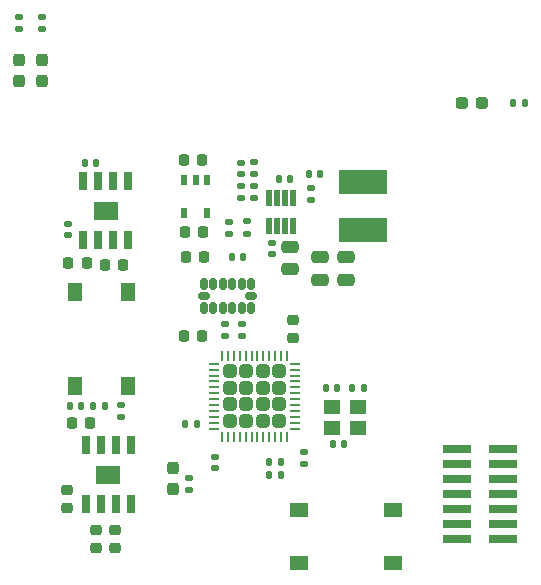
<source format=gbr>
%TF.GenerationSoftware,KiCad,Pcbnew,8.0.1*%
%TF.CreationDate,2024-10-23T08:32:37+02:00*%
%TF.ProjectId,StealthKitty.kicad_pro,53746561-6c74-4684-9b69-7474792e6b69,rev?*%
%TF.SameCoordinates,Original*%
%TF.FileFunction,Paste,Top*%
%TF.FilePolarity,Positive*%
%FSLAX46Y46*%
G04 Gerber Fmt 4.6, Leading zero omitted, Abs format (unit mm)*
G04 Created by KiCad (PCBNEW 8.0.1) date 2024-10-23 08:32:37*
%MOMM*%
%LPD*%
G01*
G04 APERTURE LIST*
G04 Aperture macros list*
%AMRoundRect*
0 Rectangle with rounded corners*
0 $1 Rounding radius*
0 $2 $3 $4 $5 $6 $7 $8 $9 X,Y pos of 4 corners*
0 Add a 4 corners polygon primitive as box body*
4,1,4,$2,$3,$4,$5,$6,$7,$8,$9,$2,$3,0*
0 Add four circle primitives for the rounded corners*
1,1,$1+$1,$2,$3*
1,1,$1+$1,$4,$5*
1,1,$1+$1,$6,$7*
1,1,$1+$1,$8,$9*
0 Add four rect primitives between the rounded corners*
20,1,$1+$1,$2,$3,$4,$5,0*
20,1,$1+$1,$4,$5,$6,$7,0*
20,1,$1+$1,$6,$7,$8,$9,0*
20,1,$1+$1,$8,$9,$2,$3,0*%
G04 Aperture macros list end*
%ADD10RoundRect,0.140000X-0.170000X0.140000X-0.170000X-0.140000X0.170000X-0.140000X0.170000X0.140000X0*%
%ADD11RoundRect,0.225000X-0.225000X-0.250000X0.225000X-0.250000X0.225000X0.250000X-0.225000X0.250000X0*%
%ADD12RoundRect,0.135000X0.185000X-0.135000X0.185000X0.135000X-0.185000X0.135000X-0.185000X-0.135000X0*%
%ADD13RoundRect,0.135000X0.135000X0.185000X-0.135000X0.185000X-0.135000X-0.185000X0.135000X-0.185000X0*%
%ADD14RoundRect,0.225000X-0.250000X0.225000X-0.250000X-0.225000X0.250000X-0.225000X0.250000X0.225000X0*%
%ADD15RoundRect,0.140000X0.170000X-0.140000X0.170000X0.140000X-0.170000X0.140000X-0.170000X-0.140000X0*%
%ADD16RoundRect,0.225000X0.225000X0.250000X-0.225000X0.250000X-0.225000X-0.250000X0.225000X-0.250000X0*%
%ADD17R,1.300000X1.550000*%
%ADD18R,1.550000X1.300000*%
%ADD19RoundRect,0.140000X0.140000X0.170000X-0.140000X0.170000X-0.140000X-0.170000X0.140000X-0.170000X0*%
%ADD20R,0.802000X1.505000*%
%ADD21R,2.101200X1.567800*%
%ADD22R,2.400000X0.740000*%
%ADD23RoundRect,0.140000X-0.140000X-0.170000X0.140000X-0.170000X0.140000X0.170000X-0.140000X0.170000X0*%
%ADD24RoundRect,0.250000X-0.475000X0.250000X-0.475000X-0.250000X0.475000X-0.250000X0.475000X0.250000X0*%
%ADD25RoundRect,0.225000X0.250000X-0.225000X0.250000X0.225000X-0.250000X0.225000X-0.250000X-0.225000X0*%
%ADD26RoundRect,0.135000X-0.185000X0.135000X-0.185000X-0.135000X0.185000X-0.135000X0.185000X0.135000X0*%
%ADD27RoundRect,0.237500X0.287500X0.237500X-0.287500X0.237500X-0.287500X-0.237500X0.287500X-0.237500X0*%
%ADD28R,4.100000X2.150000*%
%ADD29RoundRect,0.150000X-0.150000X0.325000X-0.150000X-0.325000X0.150000X-0.325000X0.150000X0.325000X0*%
%ADD30RoundRect,0.150000X-0.325000X0.150000X-0.325000X-0.150000X0.325000X-0.150000X0.325000X0.150000X0*%
%ADD31R,1.400000X1.200000*%
%ADD32RoundRect,0.135000X-0.135000X-0.185000X0.135000X-0.185000X0.135000X0.185000X-0.135000X0.185000X0*%
%ADD33RoundRect,0.237500X-0.237500X0.287500X-0.237500X-0.287500X0.237500X-0.287500X0.237500X0.287500X0*%
%ADD34R,0.490000X1.340000*%
%ADD35R,0.600000X0.900000*%
%ADD36RoundRect,0.237500X0.237500X-0.287500X0.237500X0.287500X-0.237500X0.287500X-0.237500X-0.287500X0*%
%ADD37RoundRect,0.250000X0.315000X0.315000X-0.315000X0.315000X-0.315000X-0.315000X0.315000X-0.315000X0*%
%ADD38RoundRect,0.062500X0.375000X0.062500X-0.375000X0.062500X-0.375000X-0.062500X0.375000X-0.062500X0*%
%ADD39RoundRect,0.062500X0.062500X0.375000X-0.062500X0.375000X-0.062500X-0.375000X0.062500X-0.375000X0*%
G04 APERTURE END LIST*
D10*
%TO.C,C508*%
X151425000Y-80930000D03*
X151425000Y-81890000D03*
%TD*%
D11*
%TO.C,Cs301*%
X146775000Y-88900000D03*
X148325000Y-88900000D03*
%TD*%
D12*
%TO.C,R502*%
X151920000Y-86920000D03*
X151920000Y-85900000D03*
%TD*%
D13*
%TO.C,R402*%
X154810000Y-106250000D03*
X153790000Y-106250000D03*
%TD*%
D10*
%TO.C,C503*%
X154025000Y-87730000D03*
X154025000Y-88690000D03*
%TD*%
D12*
%TO.C,R403*%
X132600000Y-69635000D03*
X132600000Y-68615000D03*
%TD*%
%TO.C,R504*%
X152525000Y-83920000D03*
X152525000Y-82900000D03*
%TD*%
D14*
%TO.C,C206*%
X140737354Y-111999336D03*
X140737354Y-113549336D03*
%TD*%
D15*
%TO.C,C204*%
X136800000Y-87080000D03*
X136800000Y-86120000D03*
%TD*%
D16*
%TO.C,C504*%
X148175000Y-80700000D03*
X146625000Y-80700000D03*
%TD*%
D17*
%TO.C,SW402*%
X141849499Y-91865125D03*
X141849499Y-99815125D03*
X137349499Y-91865125D03*
X137349499Y-99815125D03*
%TD*%
D12*
%TO.C,R405*%
X147000000Y-108610000D03*
X147000000Y-107590000D03*
%TD*%
D18*
%TO.C,SW401*%
X156325000Y-110350000D03*
X164275000Y-110350000D03*
X156325000Y-114850000D03*
X164275000Y-114850000D03*
%TD*%
D19*
%TO.C,C205*%
X139184950Y-80925589D03*
X138224950Y-80925589D03*
%TD*%
D20*
%TO.C,U2*%
X138272977Y-109858142D03*
X139542977Y-109858142D03*
X140812977Y-109858142D03*
X142082977Y-109858142D03*
X142082977Y-104863142D03*
X140812977Y-104863142D03*
X139542977Y-104863142D03*
X138272977Y-104863142D03*
D21*
X140177977Y-107360642D03*
%TD*%
D10*
%TO.C,C405*%
X151480000Y-94620000D03*
X151480000Y-95580000D03*
%TD*%
D12*
%TO.C,R404*%
X134600000Y-69635000D03*
X134600000Y-68615000D03*
%TD*%
D22*
%TO.C,J401*%
X173650000Y-112810000D03*
X169750000Y-112810000D03*
X173650000Y-111540000D03*
X169750000Y-111540000D03*
X173650000Y-110270000D03*
X169750000Y-110270000D03*
X173650000Y-109000000D03*
X169750000Y-109000000D03*
X173650000Y-107730000D03*
X169750000Y-107730000D03*
X173650000Y-106460000D03*
X169750000Y-106460000D03*
X173650000Y-105190000D03*
X169750000Y-105190000D03*
%TD*%
D12*
%TO.C,R505*%
X151425000Y-83920000D03*
X151425000Y-82900000D03*
%TD*%
D23*
%TO.C,C411*%
X159220000Y-104750000D03*
X160180000Y-104750000D03*
%TD*%
D24*
%TO.C,C509*%
X160300000Y-88950000D03*
X160300000Y-90850000D03*
%TD*%
D25*
%TO.C,C207*%
X136700000Y-110175000D03*
X136700000Y-108625000D03*
%TD*%
D24*
%TO.C,C507*%
X158100000Y-88950000D03*
X158100000Y-90850000D03*
%TD*%
D19*
%TO.C,C412*%
X137910000Y-101500000D03*
X136950000Y-101500000D03*
%TD*%
D26*
%TO.C,R501*%
X150396845Y-85961885D03*
X150396845Y-86981885D03*
%TD*%
D10*
%TO.C,C408*%
X150100000Y-94620000D03*
X150100000Y-95580000D03*
%TD*%
D27*
%TO.C,D501*%
X171875000Y-75900000D03*
X170125000Y-75900000D03*
%TD*%
D16*
%TO.C,C208*%
X138650000Y-103000000D03*
X137100000Y-103000000D03*
%TD*%
D28*
%TO.C,L501*%
X161725000Y-82550000D03*
X161725000Y-86650000D03*
%TD*%
D20*
%TO.C,U1*%
X138095000Y-87497500D03*
X139365000Y-87497500D03*
X140635000Y-87497500D03*
X141905000Y-87497500D03*
X141905000Y-82502500D03*
X140635000Y-82502500D03*
X139365000Y-82502500D03*
X138095000Y-82502500D03*
D21*
X140000000Y-85000000D03*
%TD*%
D23*
%TO.C,Cio301*%
X150670000Y-88920000D03*
X151630000Y-88920000D03*
%TD*%
D15*
%TO.C,C404*%
X149200000Y-106780000D03*
X149200000Y-105820000D03*
%TD*%
D29*
%TO.C,U301*%
X152300000Y-91200000D03*
X151500000Y-91200000D03*
X150700000Y-91200000D03*
X149900000Y-91200000D03*
X149100000Y-91200000D03*
X148300000Y-91200000D03*
D30*
X148300000Y-92200000D03*
D29*
X148300000Y-93200000D03*
X149100000Y-93200000D03*
X149900000Y-93200000D03*
X150700000Y-93200000D03*
X151500000Y-93200000D03*
X152300000Y-93200000D03*
D30*
X152300000Y-92200000D03*
%TD*%
D31*
%TO.C,Y401*%
X161339689Y-101650000D03*
X159139689Y-101650000D03*
X159139689Y-103350000D03*
X161339689Y-103350000D03*
%TD*%
D19*
%TO.C,C401*%
X147680000Y-103050000D03*
X146720000Y-103050000D03*
%TD*%
D16*
%TO.C,C203*%
X138375000Y-89400000D03*
X136825000Y-89400000D03*
%TD*%
D19*
%TO.C,C403*%
X159559222Y-100010362D03*
X158599222Y-100010362D03*
%TD*%
D32*
%TO.C,R507*%
X174490000Y-75900000D03*
X175510000Y-75900000D03*
%TD*%
D33*
%TO.C,D402*%
X134600000Y-72250000D03*
X134600000Y-74000000D03*
%TD*%
D19*
%TO.C,C502*%
X155580000Y-82330000D03*
X154620000Y-82330000D03*
%TD*%
D14*
%TO.C,C402*%
X155800000Y-94225000D03*
X155800000Y-95775000D03*
%TD*%
D12*
%TO.C,R503*%
X157325000Y-84120000D03*
X157325000Y-83100000D03*
%TD*%
D19*
%TO.C,C409*%
X161819689Y-100006057D03*
X160859689Y-100006057D03*
%TD*%
D16*
%TO.C,C407*%
X148130000Y-95560618D03*
X146580000Y-95560618D03*
%TD*%
D33*
%TO.C,D401*%
X132600000Y-72250000D03*
X132600000Y-74000000D03*
%TD*%
D13*
%TO.C,R401*%
X154810000Y-107400000D03*
X153790000Y-107400000D03*
%TD*%
D34*
%TO.C,IC501*%
X153850000Y-86300000D03*
X154500000Y-86300000D03*
X155150000Y-86300000D03*
X155800000Y-86300000D03*
X155800000Y-83920000D03*
X155150000Y-83920000D03*
X154500000Y-83920000D03*
X153850000Y-83920000D03*
%TD*%
D12*
%TO.C,R406*%
X141300000Y-102460000D03*
X141300000Y-101440000D03*
%TD*%
D14*
%TO.C,C202*%
X139200000Y-112000000D03*
X139200000Y-113550000D03*
%TD*%
D35*
%TO.C,PS501*%
X148550000Y-82400000D03*
X147600000Y-82400000D03*
X146650000Y-82400000D03*
X146650000Y-85200000D03*
X148550000Y-85200000D03*
%TD*%
D36*
%TO.C,D403*%
X145700000Y-108550000D03*
X145700000Y-106800000D03*
%TD*%
D16*
%TO.C,C506*%
X148225000Y-86800000D03*
X146675000Y-86800000D03*
%TD*%
D19*
%TO.C,C505*%
X158168245Y-81905813D03*
X157208245Y-81905813D03*
%TD*%
D11*
%TO.C,C201*%
X139925000Y-89600000D03*
X141475000Y-89600000D03*
%TD*%
D37*
%TO.C,U401*%
X154677688Y-102793226D03*
X154677688Y-101393226D03*
X154677688Y-99993226D03*
X154677688Y-98593226D03*
X153277688Y-102793226D03*
X153277688Y-101393226D03*
X153277688Y-99993226D03*
X153277688Y-98593226D03*
X151877688Y-102793226D03*
X151877688Y-101393226D03*
X151877688Y-99993226D03*
X151877688Y-98593226D03*
X150477688Y-102793226D03*
X150477688Y-101393226D03*
X150477688Y-99993226D03*
X150477688Y-98593226D03*
D38*
X156015188Y-103443226D03*
X156015188Y-102943226D03*
X156015188Y-102443226D03*
X156015188Y-101943226D03*
X156015188Y-101443226D03*
X156015188Y-100943226D03*
X156015188Y-100443226D03*
X156015188Y-99943226D03*
X156015188Y-99443226D03*
X156015188Y-98943226D03*
X156015188Y-98443226D03*
X156015188Y-97943226D03*
D39*
X155327688Y-97255726D03*
X154827688Y-97255726D03*
X154327688Y-97255726D03*
X153827688Y-97255726D03*
X153327688Y-97255726D03*
X152827688Y-97255726D03*
X152327688Y-97255726D03*
X151827688Y-97255726D03*
X151327688Y-97255726D03*
X150827688Y-97255726D03*
X150327688Y-97255726D03*
X149827688Y-97255726D03*
D38*
X149140188Y-97943226D03*
X149140188Y-98443226D03*
X149140188Y-98943226D03*
X149140188Y-99443226D03*
X149140188Y-99943226D03*
X149140188Y-100443226D03*
X149140188Y-100943226D03*
X149140188Y-101443226D03*
X149140188Y-101943226D03*
X149140188Y-102443226D03*
X149140188Y-102943226D03*
X149140188Y-103443226D03*
D39*
X149827688Y-104130726D03*
X150327688Y-104130726D03*
X150827688Y-104130726D03*
X151327688Y-104130726D03*
X151827688Y-104130726D03*
X152327688Y-104130726D03*
X152827688Y-104130726D03*
X153327688Y-104130726D03*
X153827688Y-104130726D03*
X154327688Y-104130726D03*
X154827688Y-104130726D03*
X155327688Y-104130726D03*
%TD*%
D12*
%TO.C,R506*%
X152525000Y-81920000D03*
X152525000Y-80900000D03*
%TD*%
D24*
%TO.C,C501*%
X155600000Y-88050000D03*
X155600000Y-89950000D03*
%TD*%
D32*
%TO.C,R407*%
X138940000Y-101500000D03*
X139960000Y-101500000D03*
%TD*%
D10*
%TO.C,C406*%
X156800000Y-105440000D03*
X156800000Y-106400000D03*
%TD*%
M02*

</source>
